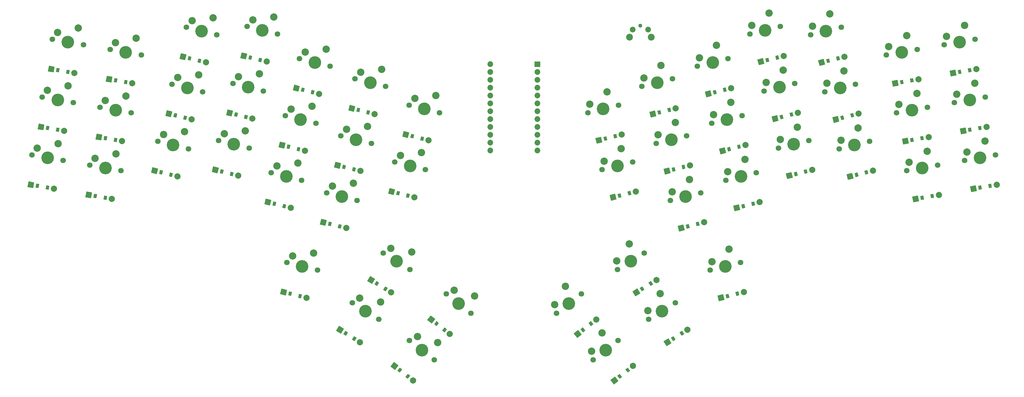
<source format=gbr>
%TF.GenerationSoftware,KiCad,Pcbnew,5.1.12-1.fc35*%
%TF.CreationDate,2022-02-21T17:57:33-08:00*%
%TF.ProjectId,jackalope_unibody,6a61636b-616c-46f7-9065-5f756e69626f,v1.0.0*%
%TF.SameCoordinates,Original*%
%TF.FileFunction,Soldermask,Top*%
%TF.FilePolarity,Negative*%
%FSLAX46Y46*%
G04 Gerber Fmt 4.6, Leading zero omitted, Abs format (unit mm)*
G04 Created by KiCad (PCBNEW 5.1.12-1.fc35) date 2022-02-21 17:57:33*
%MOMM*%
%LPD*%
G01*
G04 APERTURE LIST*
%ADD10C,1.300000*%
%ADD11C,2.200000*%
%ADD12C,1.850000*%
%ADD13C,4.087800*%
%ADD14C,1.801800*%
%ADD15C,2.386000*%
%ADD16C,2.005000*%
%ADD17C,1.852600*%
G04 APERTURE END LIST*
D10*
%TO.C,RESET*%
X191750000Y42710000D03*
D11*
X188250000Y39010000D03*
D12*
X189250000Y41500000D03*
X194250000Y41500000D03*
D11*
X195260000Y39010000D03*
%TD*%
D13*
%TO.C,S1*%
X0Y0D03*
D14*
X5002823Y-882133D03*
X-5002823Y882133D03*
D15*
X3383544Y4561757D03*
X-3311051Y3163011D03*
%TD*%
%TO.C,D1*%
G36*
G01*
X-3871183Y-9573216D02*
X-3662806Y-8391447D01*
G75*
G02*
X-3604884Y-8350889I49240J-8682D01*
G01*
X-2718557Y-8507172D01*
G75*
G02*
X-2677999Y-8565094I-8682J-49240D01*
G01*
X-2886376Y-9746863D01*
G75*
G02*
X-2944298Y-9787421I-49240J8682D01*
G01*
X-3830625Y-9631138D01*
G75*
G02*
X-3871183Y-9573216I8682J49240D01*
G01*
G37*
G36*
G01*
X-621317Y-10146254D02*
X-412940Y-8964485D01*
G75*
G02*
X-355018Y-8923927I49240J-8682D01*
G01*
X531309Y-9080210D01*
G75*
G02*
X571867Y-9138132I-8682J-49240D01*
G01*
X363490Y-10319901D01*
G75*
G02*
X305568Y-10360459I-49240J8682D01*
G01*
X-580759Y-10204176D01*
G75*
G02*
X-621317Y-10146254I8682J49240D01*
G01*
G37*
D16*
X2102460Y-10017274D03*
G36*
G01*
X-6480883Y-9406513D02*
X-6172137Y-7655525D01*
G75*
G02*
X-6114215Y-7614967I49240J-8682D01*
G01*
X-4363227Y-7923713D01*
G75*
G02*
X-4322669Y-7981635I-8682J-49240D01*
G01*
X-4631415Y-9732623D01*
G75*
G02*
X-4689337Y-9773181I-49240J8682D01*
G01*
X-6440325Y-9464435D01*
G75*
G02*
X-6480883Y-9406513I8682J49240D01*
G01*
G37*
%TD*%
D13*
%TO.C,S2*%
X3299315Y18711347D03*
D14*
X8302138Y17829214D03*
X-1703508Y19593480D03*
D15*
X6682859Y23273104D03*
X-11736Y21874358D03*
%TD*%
%TO.C,D2*%
G36*
G01*
X-571867Y9138132D02*
X-363490Y10319901D01*
G75*
G02*
X-305568Y10360459I49240J-8682D01*
G01*
X580759Y10204176D01*
G75*
G02*
X621317Y10146254I-8682J-49240D01*
G01*
X412940Y8964485D01*
G75*
G02*
X355018Y8923927I-49240J8682D01*
G01*
X-531309Y9080210D01*
G75*
G02*
X-571867Y9138132I8682J49240D01*
G01*
G37*
G36*
G01*
X2677999Y8565094D02*
X2886376Y9746863D01*
G75*
G02*
X2944298Y9787421I49240J-8682D01*
G01*
X3830625Y9631138D01*
G75*
G02*
X3871183Y9573216I-8682J-49240D01*
G01*
X3662806Y8391447D01*
G75*
G02*
X3604884Y8350889I-49240J8682D01*
G01*
X2718557Y8507172D01*
G75*
G02*
X2677999Y8565094I8682J49240D01*
G01*
G37*
D16*
X5401776Y8694074D03*
G36*
G01*
X-3181567Y9304835D02*
X-2872821Y11055823D01*
G75*
G02*
X-2814899Y11096381I49240J-8682D01*
G01*
X-1063911Y10787635D01*
G75*
G02*
X-1023353Y10729713I-8682J-49240D01*
G01*
X-1332099Y8978725D01*
G75*
G02*
X-1390021Y8938167I-49240J8682D01*
G01*
X-3141009Y9246913D01*
G75*
G02*
X-3181567Y9304835I8682J49240D01*
G01*
G37*
%TD*%
D13*
%TO.C,S3*%
X6598631Y37422695D03*
D14*
X11601454Y36540562D03*
X1595808Y38304828D03*
D15*
X9982175Y41984452D03*
X3287580Y40585706D03*
%TD*%
%TO.C,D3*%
G36*
G01*
X2727448Y27849479D02*
X2935825Y29031248D01*
G75*
G02*
X2993747Y29071806I49240J-8682D01*
G01*
X3880074Y28915523D01*
G75*
G02*
X3920632Y28857601I-8682J-49240D01*
G01*
X3712255Y27675832D01*
G75*
G02*
X3654333Y27635274I-49240J8682D01*
G01*
X2768006Y27791557D01*
G75*
G02*
X2727448Y27849479I8682J49240D01*
G01*
G37*
G36*
G01*
X5977314Y27276441D02*
X6185691Y28458210D01*
G75*
G02*
X6243613Y28498768I49240J-8682D01*
G01*
X7129940Y28342485D01*
G75*
G02*
X7170498Y28284563I-8682J-49240D01*
G01*
X6962121Y27102794D01*
G75*
G02*
X6904199Y27062236I-49240J8682D01*
G01*
X6017872Y27218519D01*
G75*
G02*
X5977314Y27276441I8682J49240D01*
G01*
G37*
D16*
X8701091Y27405421D03*
G36*
G01*
X117748Y28016182D02*
X426494Y29767170D01*
G75*
G02*
X484416Y29807728I49240J-8682D01*
G01*
X2235404Y29498982D01*
G75*
G02*
X2275962Y29441060I-8682J-49240D01*
G01*
X1967216Y27690072D01*
G75*
G02*
X1909294Y27649514I-49240J8682D01*
G01*
X158306Y27958260D01*
G75*
G02*
X117748Y28016182I8682J49240D01*
G01*
G37*
%TD*%
D13*
%TO.C,S4*%
X18711347Y-3299315D03*
D14*
X23714170Y-4181448D03*
X13708524Y-2417182D03*
D15*
X22094891Y1262442D03*
X15400296Y-136304D03*
%TD*%
%TO.C,D4*%
G36*
G01*
X14840165Y-12872531D02*
X15048542Y-11690762D01*
G75*
G02*
X15106464Y-11650204I49240J-8682D01*
G01*
X15992791Y-11806487D01*
G75*
G02*
X16033349Y-11864409I-8682J-49240D01*
G01*
X15824972Y-13046178D01*
G75*
G02*
X15767050Y-13086736I-49240J8682D01*
G01*
X14880723Y-12930453D01*
G75*
G02*
X14840165Y-12872531I8682J49240D01*
G01*
G37*
G36*
G01*
X18090031Y-13445569D02*
X18298408Y-12263800D01*
G75*
G02*
X18356330Y-12223242I49240J-8682D01*
G01*
X19242657Y-12379525D01*
G75*
G02*
X19283215Y-12437447I-8682J-49240D01*
G01*
X19074838Y-13619216D01*
G75*
G02*
X19016916Y-13659774I-49240J8682D01*
G01*
X18130589Y-13503491D01*
G75*
G02*
X18090031Y-13445569I8682J49240D01*
G01*
G37*
D16*
X20813808Y-13316589D03*
G36*
G01*
X12230465Y-12705828D02*
X12539211Y-10954840D01*
G75*
G02*
X12597133Y-10914282I49240J-8682D01*
G01*
X14348121Y-11223028D01*
G75*
G02*
X14388679Y-11280950I-8682J-49240D01*
G01*
X14079933Y-13031938D01*
G75*
G02*
X14022011Y-13072496I-49240J8682D01*
G01*
X12271023Y-12763750D01*
G75*
G02*
X12230465Y-12705828I8682J49240D01*
G01*
G37*
%TD*%
D13*
%TO.C,S5*%
X22010663Y15412032D03*
D14*
X27013486Y14529899D03*
X17007840Y16294165D03*
D15*
X25394207Y19973789D03*
X18699612Y18575043D03*
%TD*%
%TO.C,D5*%
G36*
G01*
X18139480Y5838816D02*
X18347857Y7020585D01*
G75*
G02*
X18405779Y7061143I49240J-8682D01*
G01*
X19292106Y6904860D01*
G75*
G02*
X19332664Y6846938I-8682J-49240D01*
G01*
X19124287Y5665169D01*
G75*
G02*
X19066365Y5624611I-49240J8682D01*
G01*
X18180038Y5780894D01*
G75*
G02*
X18139480Y5838816I8682J49240D01*
G01*
G37*
G36*
G01*
X21389346Y5265778D02*
X21597723Y6447547D01*
G75*
G02*
X21655645Y6488105I49240J-8682D01*
G01*
X22541972Y6331822D01*
G75*
G02*
X22582530Y6273900I-8682J-49240D01*
G01*
X22374153Y5092131D01*
G75*
G02*
X22316231Y5051573I-49240J8682D01*
G01*
X21429904Y5207856D01*
G75*
G02*
X21389346Y5265778I8682J49240D01*
G01*
G37*
D16*
X24113123Y5394758D03*
G36*
G01*
X15529780Y6005519D02*
X15838526Y7756507D01*
G75*
G02*
X15896448Y7797065I49240J-8682D01*
G01*
X17647436Y7488319D01*
G75*
G02*
X17687994Y7430397I-8682J-49240D01*
G01*
X17379248Y5679409D01*
G75*
G02*
X17321326Y5638851I-49240J8682D01*
G01*
X15570338Y5947597D01*
G75*
G02*
X15529780Y6005519I8682J49240D01*
G01*
G37*
%TD*%
D13*
%TO.C,S6*%
X25309978Y34123379D03*
D14*
X30312801Y33241246D03*
X20307155Y35005512D03*
D15*
X28693522Y38685136D03*
X21998927Y37286390D03*
%TD*%
%TO.C,D6*%
G36*
G01*
X21438795Y24550164D02*
X21647172Y25731933D01*
G75*
G02*
X21705094Y25772491I49240J-8682D01*
G01*
X22591421Y25616208D01*
G75*
G02*
X22631979Y25558286I-8682J-49240D01*
G01*
X22423602Y24376517D01*
G75*
G02*
X22365680Y24335959I-49240J8682D01*
G01*
X21479353Y24492242D01*
G75*
G02*
X21438795Y24550164I8682J49240D01*
G01*
G37*
G36*
G01*
X24688661Y23977126D02*
X24897038Y25158895D01*
G75*
G02*
X24954960Y25199453I49240J-8682D01*
G01*
X25841287Y25043170D01*
G75*
G02*
X25881845Y24985248I-8682J-49240D01*
G01*
X25673468Y23803479D01*
G75*
G02*
X25615546Y23762921I-49240J8682D01*
G01*
X24729219Y23919204D01*
G75*
G02*
X24688661Y23977126I8682J49240D01*
G01*
G37*
D16*
X27412438Y24106106D03*
G36*
G01*
X18829095Y24716867D02*
X19137841Y26467855D01*
G75*
G02*
X19195763Y26508413I49240J-8682D01*
G01*
X20946751Y26199667D01*
G75*
G02*
X20987309Y26141745I-8682J-49240D01*
G01*
X20678563Y24390757D01*
G75*
G02*
X20620641Y24350199I-49240J8682D01*
G01*
X18869653Y24658945D01*
G75*
G02*
X18829095Y24716867I8682J49240D01*
G01*
G37*
%TD*%
D13*
%TO.C,S7*%
X40629529Y4124049D03*
D14*
X45558631Y2895086D03*
X35700427Y5353012D03*
D15*
X44323043Y8438670D03*
X37547184Y7510323D03*
%TD*%
%TO.C,D7*%
G36*
G01*
X36099982Y-5155806D02*
X36390288Y-3991451D01*
G75*
G02*
X36450899Y-3955032I48515J-12096D01*
G01*
X37324165Y-4172761D01*
G75*
G02*
X37360584Y-4233372I-12096J-48515D01*
G01*
X37070278Y-5397727D01*
G75*
G02*
X37009667Y-5434146I-48515J12096D01*
G01*
X36136401Y-5216417D01*
G75*
G02*
X36099982Y-5155806I12096J48515D01*
G01*
G37*
G36*
G01*
X39301958Y-5954148D02*
X39592264Y-4789793D01*
G75*
G02*
X39652875Y-4753374I48515J-12096D01*
G01*
X40526141Y-4971103D01*
G75*
G02*
X40562560Y-5031714I-12096J-48515D01*
G01*
X40272254Y-6196069D01*
G75*
G02*
X40211643Y-6232488I-48515J12096D01*
G01*
X39338377Y-6014759D01*
G75*
G02*
X39301958Y-5954148I12096J48515D01*
G01*
G37*
D16*
X42028098Y-6015482D03*
G36*
G01*
X33508268Y-4807466D02*
X33938405Y-3082281D01*
G75*
G02*
X33999016Y-3045862I48515J-12096D01*
G01*
X35724201Y-3475999D01*
G75*
G02*
X35760620Y-3536610I-12096J-48515D01*
G01*
X35330483Y-5261795D01*
G75*
G02*
X35269872Y-5298214I-48515J12096D01*
G01*
X33544687Y-4868077D01*
G75*
G02*
X33508268Y-4807466I12096J48515D01*
G01*
G37*
%TD*%
D13*
%TO.C,S8*%
X45226045Y22559668D03*
D14*
X50155147Y21330705D03*
X40296943Y23788631D03*
D15*
X48919559Y26874289D03*
X42143700Y25945942D03*
%TD*%
%TO.C,D8*%
G36*
G01*
X40696498Y13279813D02*
X40986804Y14444168D01*
G75*
G02*
X41047415Y14480587I48515J-12096D01*
G01*
X41920681Y14262858D01*
G75*
G02*
X41957100Y14202247I-12096J-48515D01*
G01*
X41666794Y13037892D01*
G75*
G02*
X41606183Y13001473I-48515J12096D01*
G01*
X40732917Y13219202D01*
G75*
G02*
X40696498Y13279813I12096J48515D01*
G01*
G37*
G36*
G01*
X43898474Y12481471D02*
X44188780Y13645826D01*
G75*
G02*
X44249391Y13682245I48515J-12096D01*
G01*
X45122657Y13464516D01*
G75*
G02*
X45159076Y13403905I-12096J-48515D01*
G01*
X44868770Y12239550D01*
G75*
G02*
X44808159Y12203131I-48515J12096D01*
G01*
X43934893Y12420860D01*
G75*
G02*
X43898474Y12481471I12096J48515D01*
G01*
G37*
D16*
X46624614Y12420137D03*
G36*
G01*
X38104784Y13628153D02*
X38534921Y15353338D01*
G75*
G02*
X38595532Y15389757I48515J-12096D01*
G01*
X40320717Y14959620D01*
G75*
G02*
X40357136Y14899009I-12096J-48515D01*
G01*
X39926999Y13173824D01*
G75*
G02*
X39866388Y13137405I-48515J12096D01*
G01*
X38141203Y13567542D01*
G75*
G02*
X38104784Y13628153I12096J48515D01*
G01*
G37*
%TD*%
D13*
%TO.C,S9*%
X49822561Y40995287D03*
D14*
X54751663Y39766324D03*
X44893459Y42224250D03*
D15*
X53516075Y45309908D03*
X46740216Y44381561D03*
%TD*%
%TO.C,D9*%
G36*
G01*
X45293014Y31715431D02*
X45583320Y32879786D01*
G75*
G02*
X45643931Y32916205I48515J-12096D01*
G01*
X46517197Y32698476D01*
G75*
G02*
X46553616Y32637865I-12096J-48515D01*
G01*
X46263310Y31473510D01*
G75*
G02*
X46202699Y31437091I-48515J12096D01*
G01*
X45329433Y31654820D01*
G75*
G02*
X45293014Y31715431I12096J48515D01*
G01*
G37*
G36*
G01*
X48494990Y30917089D02*
X48785296Y32081444D01*
G75*
G02*
X48845907Y32117863I48515J-12096D01*
G01*
X49719173Y31900134D01*
G75*
G02*
X49755592Y31839523I-12096J-48515D01*
G01*
X49465286Y30675168D01*
G75*
G02*
X49404675Y30638749I-48515J12096D01*
G01*
X48531409Y30856478D01*
G75*
G02*
X48494990Y30917089I12096J48515D01*
G01*
G37*
D16*
X51221130Y30855755D03*
G36*
G01*
X42701300Y32063771D02*
X43131437Y33788956D01*
G75*
G02*
X43192048Y33825375I48515J-12096D01*
G01*
X44917233Y33395238D01*
G75*
G02*
X44953652Y33334627I-12096J-48515D01*
G01*
X44523515Y31609442D01*
G75*
G02*
X44462904Y31573023I-48515J12096D01*
G01*
X42737719Y32003160D01*
G75*
G02*
X42701300Y32063771I12096J48515D01*
G01*
G37*
%TD*%
D13*
%TO.C,S10*%
X60274757Y4379012D03*
D14*
X65203859Y3150049D03*
X55345655Y5607975D03*
D15*
X63968271Y8693633D03*
X57192412Y7765286D03*
%TD*%
%TO.C,D10*%
G36*
G01*
X55745210Y-4900844D02*
X56035516Y-3736489D01*
G75*
G02*
X56096127Y-3700070I48515J-12096D01*
G01*
X56969393Y-3917799D01*
G75*
G02*
X57005812Y-3978410I-12096J-48515D01*
G01*
X56715506Y-5142765D01*
G75*
G02*
X56654895Y-5179184I-48515J12096D01*
G01*
X55781629Y-4961455D01*
G75*
G02*
X55745210Y-4900844I12096J48515D01*
G01*
G37*
G36*
G01*
X58947186Y-5699186D02*
X59237492Y-4534831D01*
G75*
G02*
X59298103Y-4498412I48515J-12096D01*
G01*
X60171369Y-4716141D01*
G75*
G02*
X60207788Y-4776752I-12096J-48515D01*
G01*
X59917482Y-5941107D01*
G75*
G02*
X59856871Y-5977526I-48515J12096D01*
G01*
X58983605Y-5759797D01*
G75*
G02*
X58947186Y-5699186I12096J48515D01*
G01*
G37*
D16*
X61673326Y-5760520D03*
G36*
G01*
X53153496Y-4552504D02*
X53583633Y-2827319D01*
G75*
G02*
X53644244Y-2790900I48515J-12096D01*
G01*
X55369429Y-3221037D01*
G75*
G02*
X55405848Y-3281648I-12096J-48515D01*
G01*
X54975711Y-5006833D01*
G75*
G02*
X54915100Y-5043252I-48515J12096D01*
G01*
X53189915Y-4613115D01*
G75*
G02*
X53153496Y-4552504I12096J48515D01*
G01*
G37*
%TD*%
D13*
%TO.C,S11*%
X64871273Y22814631D03*
D14*
X69800375Y21585668D03*
X59942171Y24043594D03*
D15*
X68564787Y27129252D03*
X61788928Y26200905D03*
%TD*%
%TO.C,D11*%
G36*
G01*
X60341726Y13534775D02*
X60632032Y14699130D01*
G75*
G02*
X60692643Y14735549I48515J-12096D01*
G01*
X61565909Y14517820D01*
G75*
G02*
X61602328Y14457209I-12096J-48515D01*
G01*
X61312022Y13292854D01*
G75*
G02*
X61251411Y13256435I-48515J12096D01*
G01*
X60378145Y13474164D01*
G75*
G02*
X60341726Y13534775I12096J48515D01*
G01*
G37*
G36*
G01*
X63543702Y12736433D02*
X63834008Y13900788D01*
G75*
G02*
X63894619Y13937207I48515J-12096D01*
G01*
X64767885Y13719478D01*
G75*
G02*
X64804304Y13658867I-12096J-48515D01*
G01*
X64513998Y12494512D01*
G75*
G02*
X64453387Y12458093I-48515J12096D01*
G01*
X63580121Y12675822D01*
G75*
G02*
X63543702Y12736433I12096J48515D01*
G01*
G37*
D16*
X66269842Y12675099D03*
G36*
G01*
X57750012Y13883115D02*
X58180149Y15608300D01*
G75*
G02*
X58240760Y15644719I48515J-12096D01*
G01*
X59965945Y15214582D01*
G75*
G02*
X60002364Y15153971I-12096J-48515D01*
G01*
X59572227Y13428786D01*
G75*
G02*
X59511616Y13392367I-48515J12096D01*
G01*
X57786431Y13822504D01*
G75*
G02*
X57750012Y13883115I12096J48515D01*
G01*
G37*
%TD*%
D13*
%TO.C,S12*%
X69467789Y41250249D03*
D14*
X74396891Y40021286D03*
X64538687Y42479212D03*
D15*
X73161303Y45564870D03*
X66385444Y44636523D03*
%TD*%
%TO.C,D12*%
G36*
G01*
X64938242Y31970394D02*
X65228548Y33134749D01*
G75*
G02*
X65289159Y33171168I48515J-12096D01*
G01*
X66162425Y32953439D01*
G75*
G02*
X66198844Y32892828I-12096J-48515D01*
G01*
X65908538Y31728473D01*
G75*
G02*
X65847927Y31692054I-48515J12096D01*
G01*
X64974661Y31909783D01*
G75*
G02*
X64938242Y31970394I12096J48515D01*
G01*
G37*
G36*
G01*
X68140218Y31172052D02*
X68430524Y32336407D01*
G75*
G02*
X68491135Y32372826I48515J-12096D01*
G01*
X69364401Y32155097D01*
G75*
G02*
X69400820Y32094486I-12096J-48515D01*
G01*
X69110514Y30930131D01*
G75*
G02*
X69049903Y30893712I-48515J12096D01*
G01*
X68176637Y31111441D01*
G75*
G02*
X68140218Y31172052I12096J48515D01*
G01*
G37*
D16*
X70866358Y31110718D03*
G36*
G01*
X62346528Y32318734D02*
X62776665Y34043919D01*
G75*
G02*
X62837276Y34080338I48515J-12096D01*
G01*
X64562461Y33650201D01*
G75*
G02*
X64598880Y33589590I-12096J-48515D01*
G01*
X64168743Y31864405D01*
G75*
G02*
X64108132Y31827986I-48515J12096D01*
G01*
X62382947Y32258123D01*
G75*
G02*
X62346528Y32318734I12096J48515D01*
G01*
G37*
%TD*%
D13*
%TO.C,S13*%
X77258845Y-6039279D03*
D14*
X82187947Y-7268242D03*
X72329743Y-4810316D03*
D15*
X80952359Y-1724658D03*
X74176500Y-2653005D03*
%TD*%
%TO.C,D13*%
G36*
G01*
X72729298Y-15319134D02*
X73019604Y-14154779D01*
G75*
G02*
X73080215Y-14118360I48515J-12096D01*
G01*
X73953481Y-14336089D01*
G75*
G02*
X73989900Y-14396700I-12096J-48515D01*
G01*
X73699594Y-15561055D01*
G75*
G02*
X73638983Y-15597474I-48515J12096D01*
G01*
X72765717Y-15379745D01*
G75*
G02*
X72729298Y-15319134I12096J48515D01*
G01*
G37*
G36*
G01*
X75931274Y-16117476D02*
X76221580Y-14953121D01*
G75*
G02*
X76282191Y-14916702I48515J-12096D01*
G01*
X77155457Y-15134431D01*
G75*
G02*
X77191876Y-15195042I-12096J-48515D01*
G01*
X76901570Y-16359397D01*
G75*
G02*
X76840959Y-16395816I-48515J12096D01*
G01*
X75967693Y-16178087D01*
G75*
G02*
X75931274Y-16117476I12096J48515D01*
G01*
G37*
D16*
X78657414Y-16178810D03*
G36*
G01*
X70137584Y-14970794D02*
X70567721Y-13245609D01*
G75*
G02*
X70628332Y-13209190I48515J-12096D01*
G01*
X72353517Y-13639327D01*
G75*
G02*
X72389936Y-13699938I-12096J-48515D01*
G01*
X71959799Y-15425123D01*
G75*
G02*
X71899188Y-15461542I-48515J12096D01*
G01*
X70174003Y-15031405D01*
G75*
G02*
X70137584Y-14970794I12096J48515D01*
G01*
G37*
%TD*%
D13*
%TO.C,S14*%
X81855361Y12396340D03*
D14*
X86784463Y11167377D03*
X76926259Y13625303D03*
D15*
X85548875Y16710961D03*
X78773016Y15782614D03*
%TD*%
%TO.C,D14*%
G36*
G01*
X77325814Y3116485D02*
X77616120Y4280840D01*
G75*
G02*
X77676731Y4317259I48515J-12096D01*
G01*
X78549997Y4099530D01*
G75*
G02*
X78586416Y4038919I-12096J-48515D01*
G01*
X78296110Y2874564D01*
G75*
G02*
X78235499Y2838145I-48515J12096D01*
G01*
X77362233Y3055874D01*
G75*
G02*
X77325814Y3116485I12096J48515D01*
G01*
G37*
G36*
G01*
X80527790Y2318143D02*
X80818096Y3482498D01*
G75*
G02*
X80878707Y3518917I48515J-12096D01*
G01*
X81751973Y3301188D01*
G75*
G02*
X81788392Y3240577I-12096J-48515D01*
G01*
X81498086Y2076222D01*
G75*
G02*
X81437475Y2039803I-48515J12096D01*
G01*
X80564209Y2257532D01*
G75*
G02*
X80527790Y2318143I12096J48515D01*
G01*
G37*
D16*
X83253930Y2256809D03*
G36*
G01*
X74734100Y3464825D02*
X75164237Y5190010D01*
G75*
G02*
X75224848Y5226429I48515J-12096D01*
G01*
X76950033Y4796292D01*
G75*
G02*
X76986452Y4735681I-12096J-48515D01*
G01*
X76556315Y3010496D01*
G75*
G02*
X76495704Y2974077I-48515J12096D01*
G01*
X74770519Y3404214D01*
G75*
G02*
X74734100Y3464825I12096J48515D01*
G01*
G37*
%TD*%
D13*
%TO.C,S15*%
X86451877Y30831959D03*
D14*
X91380979Y29602996D03*
X81522775Y32060922D03*
D15*
X90145391Y35146580D03*
X83369532Y34218233D03*
%TD*%
%TO.C,D15*%
G36*
G01*
X81922330Y21552104D02*
X82212636Y22716459D01*
G75*
G02*
X82273247Y22752878I48515J-12096D01*
G01*
X83146513Y22535149D01*
G75*
G02*
X83182932Y22474538I-12096J-48515D01*
G01*
X82892626Y21310183D01*
G75*
G02*
X82832015Y21273764I-48515J12096D01*
G01*
X81958749Y21491493D01*
G75*
G02*
X81922330Y21552104I12096J48515D01*
G01*
G37*
G36*
G01*
X85124306Y20753762D02*
X85414612Y21918117D01*
G75*
G02*
X85475223Y21954536I48515J-12096D01*
G01*
X86348489Y21736807D01*
G75*
G02*
X86384908Y21676196I-12096J-48515D01*
G01*
X86094602Y20511841D01*
G75*
G02*
X86033991Y20475422I-48515J12096D01*
G01*
X85160725Y20693151D01*
G75*
G02*
X85124306Y20753762I12096J48515D01*
G01*
G37*
D16*
X87850446Y20692428D03*
G36*
G01*
X79330616Y21900444D02*
X79760753Y23625629D01*
G75*
G02*
X79821364Y23662048I48515J-12096D01*
G01*
X81546549Y23231911D01*
G75*
G02*
X81582968Y23171300I-12096J-48515D01*
G01*
X81152831Y21446115D01*
G75*
G02*
X81092220Y21409696I-48515J12096D01*
G01*
X79367035Y21839833D01*
G75*
G02*
X79330616Y21900444I12096J48515D01*
G01*
G37*
%TD*%
D13*
%TO.C,S16*%
X95210620Y-12576386D03*
D14*
X100139722Y-13805349D03*
X90281518Y-11347423D03*
D15*
X98904134Y-8261765D03*
X92128275Y-9190112D03*
%TD*%
%TO.C,D16*%
G36*
G01*
X90681073Y-21856242D02*
X90971379Y-20691887D01*
G75*
G02*
X91031990Y-20655468I48515J-12096D01*
G01*
X91905256Y-20873197D01*
G75*
G02*
X91941675Y-20933808I-12096J-48515D01*
G01*
X91651369Y-22098163D01*
G75*
G02*
X91590758Y-22134582I-48515J12096D01*
G01*
X90717492Y-21916853D01*
G75*
G02*
X90681073Y-21856242I12096J48515D01*
G01*
G37*
G36*
G01*
X93883049Y-22654584D02*
X94173355Y-21490229D01*
G75*
G02*
X94233966Y-21453810I48515J-12096D01*
G01*
X95107232Y-21671539D01*
G75*
G02*
X95143651Y-21732150I-12096J-48515D01*
G01*
X94853345Y-22896505D01*
G75*
G02*
X94792734Y-22932924I-48515J12096D01*
G01*
X93919468Y-22715195D01*
G75*
G02*
X93883049Y-22654584I12096J48515D01*
G01*
G37*
D16*
X96609189Y-22715918D03*
G36*
G01*
X88089359Y-21507902D02*
X88519496Y-19782717D01*
G75*
G02*
X88580107Y-19746298I48515J-12096D01*
G01*
X90305292Y-20176435D01*
G75*
G02*
X90341711Y-20237046I-12096J-48515D01*
G01*
X89911574Y-21962231D01*
G75*
G02*
X89850963Y-21998650I-48515J12096D01*
G01*
X88125778Y-21568513D01*
G75*
G02*
X88089359Y-21507902I12096J48515D01*
G01*
G37*
%TD*%
D13*
%TO.C,S17*%
X99807136Y5859233D03*
D14*
X104736238Y4630270D03*
X94878034Y7088196D03*
D15*
X103500650Y10173854D03*
X96724791Y9245507D03*
%TD*%
%TO.C,D17*%
G36*
G01*
X95277589Y-3420623D02*
X95567895Y-2256268D01*
G75*
G02*
X95628506Y-2219849I48515J-12096D01*
G01*
X96501772Y-2437578D01*
G75*
G02*
X96538191Y-2498189I-12096J-48515D01*
G01*
X96247885Y-3662544D01*
G75*
G02*
X96187274Y-3698963I-48515J12096D01*
G01*
X95314008Y-3481234D01*
G75*
G02*
X95277589Y-3420623I12096J48515D01*
G01*
G37*
G36*
G01*
X98479565Y-4218965D02*
X98769871Y-3054610D01*
G75*
G02*
X98830482Y-3018191I48515J-12096D01*
G01*
X99703748Y-3235920D01*
G75*
G02*
X99740167Y-3296531I-12096J-48515D01*
G01*
X99449861Y-4460886D01*
G75*
G02*
X99389250Y-4497305I-48515J12096D01*
G01*
X98515984Y-4279576D01*
G75*
G02*
X98479565Y-4218965I12096J48515D01*
G01*
G37*
D16*
X101205705Y-4280299D03*
G36*
G01*
X92685875Y-3072283D02*
X93116012Y-1347098D01*
G75*
G02*
X93176623Y-1310679I48515J-12096D01*
G01*
X94901808Y-1740816D01*
G75*
G02*
X94938227Y-1801427I-12096J-48515D01*
G01*
X94508090Y-3526612D01*
G75*
G02*
X94447479Y-3563031I-48515J12096D01*
G01*
X92722294Y-3132894D01*
G75*
G02*
X92685875Y-3072283I12096J48515D01*
G01*
G37*
%TD*%
D13*
%TO.C,S18*%
X104403652Y24294852D03*
D14*
X109332754Y23065889D03*
X99474550Y25523815D03*
D15*
X108097166Y28609473D03*
X101321307Y27681126D03*
%TD*%
%TO.C,D18*%
G36*
G01*
X99874105Y15014996D02*
X100164411Y16179351D01*
G75*
G02*
X100225022Y16215770I48515J-12096D01*
G01*
X101098288Y15998041D01*
G75*
G02*
X101134707Y15937430I-12096J-48515D01*
G01*
X100844401Y14773075D01*
G75*
G02*
X100783790Y14736656I-48515J12096D01*
G01*
X99910524Y14954385D01*
G75*
G02*
X99874105Y15014996I12096J48515D01*
G01*
G37*
G36*
G01*
X103076081Y14216654D02*
X103366387Y15381009D01*
G75*
G02*
X103426998Y15417428I48515J-12096D01*
G01*
X104300264Y15199699D01*
G75*
G02*
X104336683Y15139088I-12096J-48515D01*
G01*
X104046377Y13974733D01*
G75*
G02*
X103985766Y13938314I-48515J12096D01*
G01*
X103112500Y14156043D01*
G75*
G02*
X103076081Y14216654I12096J48515D01*
G01*
G37*
D16*
X105802221Y14155320D03*
G36*
G01*
X97282391Y15363336D02*
X97712528Y17088521D01*
G75*
G02*
X97773139Y17124940I48515J-12096D01*
G01*
X99498324Y16694803D01*
G75*
G02*
X99534743Y16634192I-12096J-48515D01*
G01*
X99104606Y14909007D01*
G75*
G02*
X99043995Y14872588I-48515J12096D01*
G01*
X97318810Y15302725D01*
G75*
G02*
X97282391Y15363336I12096J48515D01*
G01*
G37*
%TD*%
D13*
%TO.C,S19*%
X117275067Y-2618466D03*
D14*
X122204169Y-3847429D03*
X112345965Y-1389503D03*
D15*
X120968581Y1696155D03*
X114192722Y767808D03*
%TD*%
%TO.C,D19*%
G36*
G01*
X112745520Y-11898322D02*
X113035826Y-10733967D01*
G75*
G02*
X113096437Y-10697548I48515J-12096D01*
G01*
X113969703Y-10915277D01*
G75*
G02*
X114006122Y-10975888I-12096J-48515D01*
G01*
X113715816Y-12140243D01*
G75*
G02*
X113655205Y-12176662I-48515J12096D01*
G01*
X112781939Y-11958933D01*
G75*
G02*
X112745520Y-11898322I12096J48515D01*
G01*
G37*
G36*
G01*
X115947496Y-12696664D02*
X116237802Y-11532309D01*
G75*
G02*
X116298413Y-11495890I48515J-12096D01*
G01*
X117171679Y-11713619D01*
G75*
G02*
X117208098Y-11774230I-12096J-48515D01*
G01*
X116917792Y-12938585D01*
G75*
G02*
X116857181Y-12975004I-48515J12096D01*
G01*
X115983915Y-12757275D01*
G75*
G02*
X115947496Y-12696664I12096J48515D01*
G01*
G37*
D16*
X118673636Y-12757998D03*
G36*
G01*
X110153806Y-11549982D02*
X110583943Y-9824797D01*
G75*
G02*
X110644554Y-9788378I48515J-12096D01*
G01*
X112369739Y-10218515D01*
G75*
G02*
X112406158Y-10279126I-12096J-48515D01*
G01*
X111976021Y-12004311D01*
G75*
G02*
X111915410Y-12040730I-48515J12096D01*
G01*
X110190225Y-11610593D01*
G75*
G02*
X110153806Y-11549982I12096J48515D01*
G01*
G37*
%TD*%
D13*
%TO.C,S20*%
X121871583Y15817153D03*
D14*
X126800685Y14588190D03*
X116942481Y17046116D03*
D15*
X125565097Y20131774D03*
X118789238Y19203427D03*
%TD*%
%TO.C,D20*%
G36*
G01*
X117342036Y6537297D02*
X117632342Y7701652D01*
G75*
G02*
X117692953Y7738071I48515J-12096D01*
G01*
X118566219Y7520342D01*
G75*
G02*
X118602638Y7459731I-12096J-48515D01*
G01*
X118312332Y6295376D01*
G75*
G02*
X118251721Y6258957I-48515J12096D01*
G01*
X117378455Y6476686D01*
G75*
G02*
X117342036Y6537297I12096J48515D01*
G01*
G37*
G36*
G01*
X120544012Y5738955D02*
X120834318Y6903310D01*
G75*
G02*
X120894929Y6939729I48515J-12096D01*
G01*
X121768195Y6722000D01*
G75*
G02*
X121804614Y6661389I-12096J-48515D01*
G01*
X121514308Y5497034D01*
G75*
G02*
X121453697Y5460615I-48515J12096D01*
G01*
X120580431Y5678344D01*
G75*
G02*
X120544012Y5738955I12096J48515D01*
G01*
G37*
D16*
X123270152Y5677621D03*
G36*
G01*
X114750322Y6885637D02*
X115180459Y8610822D01*
G75*
G02*
X115241070Y8647241I48515J-12096D01*
G01*
X116966255Y8217104D01*
G75*
G02*
X117002674Y8156493I-12096J-48515D01*
G01*
X116572537Y6431308D01*
G75*
G02*
X116511926Y6394889I-48515J12096D01*
G01*
X114786741Y6825026D01*
G75*
G02*
X114750322Y6885637I12096J48515D01*
G01*
G37*
%TD*%
D13*
%TO.C,S21*%
X82370502Y-35140326D03*
D14*
X87299604Y-36369289D03*
X77441400Y-33911363D03*
D15*
X86064016Y-30825705D03*
X79288157Y-31754052D03*
%TD*%
%TO.C,D21*%
G36*
G01*
X77840955Y-44420181D02*
X78131261Y-43255826D01*
G75*
G02*
X78191872Y-43219407I48515J-12096D01*
G01*
X79065138Y-43437136D01*
G75*
G02*
X79101557Y-43497747I-12096J-48515D01*
G01*
X78811251Y-44662102D01*
G75*
G02*
X78750640Y-44698521I-48515J12096D01*
G01*
X77877374Y-44480792D01*
G75*
G02*
X77840955Y-44420181I12096J48515D01*
G01*
G37*
G36*
G01*
X81042931Y-45218523D02*
X81333237Y-44054168D01*
G75*
G02*
X81393848Y-44017749I48515J-12096D01*
G01*
X82267114Y-44235478D01*
G75*
G02*
X82303533Y-44296089I-12096J-48515D01*
G01*
X82013227Y-45460444D01*
G75*
G02*
X81952616Y-45496863I-48515J12096D01*
G01*
X81079350Y-45279134D01*
G75*
G02*
X81042931Y-45218523I12096J48515D01*
G01*
G37*
D16*
X83769071Y-45279857D03*
G36*
G01*
X75249241Y-44071841D02*
X75679378Y-42346656D01*
G75*
G02*
X75739989Y-42310237I48515J-12096D01*
G01*
X77465174Y-42740374D01*
G75*
G02*
X77501593Y-42800985I-12096J-48515D01*
G01*
X77071456Y-44526170D01*
G75*
G02*
X77010845Y-44562589I-48515J12096D01*
G01*
X75285660Y-44132452D01*
G75*
G02*
X75249241Y-44071841I12096J48515D01*
G01*
G37*
%TD*%
D13*
%TO.C,S22*%
X112928949Y-33483880D03*
D14*
X117237033Y-36175870D03*
X108620865Y-30791890D03*
D15*
X117774981Y-30521791D03*
X111043881Y-29310845D03*
%TD*%
%TO.C,D22*%
G36*
G01*
X105753462Y-40909839D02*
X106389365Y-39892181D01*
G75*
G02*
X106458263Y-39876275I42402J-26496D01*
G01*
X107221506Y-40353203D01*
G75*
G02*
X107237412Y-40422101I-26496J-42402D01*
G01*
X106601509Y-41439759D01*
G75*
G02*
X106532611Y-41455665I-42402J26496D01*
G01*
X105769368Y-40978737D01*
G75*
G02*
X105753462Y-40909839I26496J42402D01*
G01*
G37*
G36*
G01*
X108552020Y-42658573D02*
X109187923Y-41640915D01*
G75*
G02*
X109256821Y-41625009I42402J-26496D01*
G01*
X110020064Y-42101937D01*
G75*
G02*
X110035970Y-42170835I-26496J-42402D01*
G01*
X109400067Y-43188493D01*
G75*
G02*
X109331169Y-43204399I-42402J26496D01*
G01*
X108567926Y-42727471D01*
G75*
G02*
X108552020Y-42658573I26496J42402D01*
G01*
G37*
D16*
X111125779Y-43559329D03*
G36*
G01*
X103396238Y-39777666D02*
X104338434Y-38269836D01*
G75*
G02*
X104407332Y-38253930I42402J-26496D01*
G01*
X105915162Y-39196126D01*
G75*
G02*
X105931068Y-39265024I-26496J-42402D01*
G01*
X104988872Y-40772854D01*
G75*
G02*
X104919974Y-40788760I-42402J26496D01*
G01*
X103412144Y-39846564D01*
G75*
G02*
X103396238Y-39777666I26496J42402D01*
G01*
G37*
%TD*%
D13*
%TO.C,S23*%
X132964196Y-47182470D03*
D14*
X136967291Y-50310030D03*
X128961101Y-44054910D03*
D15*
X138093304Y-44743156D03*
X131525655Y-42835252D03*
%TD*%
%TO.C,D23*%
G36*
G01*
X125051791Y-53817707D02*
X125790585Y-52872094D01*
G75*
G02*
X125860769Y-52863476I39401J-30783D01*
G01*
X126569979Y-53417571D01*
G75*
G02*
X126578597Y-53487755I-30783J-39401D01*
G01*
X125839803Y-54433368D01*
G75*
G02*
X125769619Y-54441986I-39401J30783D01*
G01*
X125060409Y-53887891D01*
G75*
G02*
X125051791Y-53817707I30783J39401D01*
G01*
G37*
G36*
G01*
X127652227Y-55849389D02*
X128391021Y-54903776D01*
G75*
G02*
X128461205Y-54895158I39401J-30783D01*
G01*
X129170415Y-55449253D01*
G75*
G02*
X129179033Y-55519437I-30783J-39401D01*
G01*
X128440239Y-56465050D01*
G75*
G02*
X128370055Y-56473668I-39401J30783D01*
G01*
X127660845Y-55919573D01*
G75*
G02*
X127652227Y-55849389I30783J39401D01*
G01*
G37*
D16*
X130117733Y-57014242D03*
G36*
G01*
X122825825Y-52445338D02*
X123920471Y-51044254D01*
G75*
G02*
X123990655Y-51035636I39401J-30783D01*
G01*
X125391739Y-52130282D01*
G75*
G02*
X125400357Y-52200466I-30783J-39401D01*
G01*
X124305711Y-53601550D01*
G75*
G02*
X124235527Y-53610168I-39401J30783D01*
G01*
X122834443Y-52515522D01*
G75*
G02*
X122825825Y-52445338I30783J39401D01*
G01*
G37*
%TD*%
D13*
%TO.C,S24*%
X102860483Y-49596794D03*
D14*
X107168567Y-52288784D03*
X98552399Y-46904804D03*
D15*
X107706515Y-46634705D03*
X100975415Y-45423759D03*
%TD*%
%TO.C,D24*%
G36*
G01*
X95684996Y-57022753D02*
X96320899Y-56005095D01*
G75*
G02*
X96389797Y-55989189I42402J-26496D01*
G01*
X97153040Y-56466117D01*
G75*
G02*
X97168946Y-56535015I-26496J-42402D01*
G01*
X96533043Y-57552673D01*
G75*
G02*
X96464145Y-57568579I-42402J26496D01*
G01*
X95700902Y-57091651D01*
G75*
G02*
X95684996Y-57022753I26496J42402D01*
G01*
G37*
G36*
G01*
X98483554Y-58771487D02*
X99119457Y-57753829D01*
G75*
G02*
X99188355Y-57737923I42402J-26496D01*
G01*
X99951598Y-58214851D01*
G75*
G02*
X99967504Y-58283749I-26496J-42402D01*
G01*
X99331601Y-59301407D01*
G75*
G02*
X99262703Y-59317313I-42402J26496D01*
G01*
X98499460Y-58840385D01*
G75*
G02*
X98483554Y-58771487I26496J42402D01*
G01*
G37*
D16*
X101057313Y-59672243D03*
G36*
G01*
X93327772Y-55890580D02*
X94269968Y-54382750D01*
G75*
G02*
X94338866Y-54366844I42402J-26496D01*
G01*
X95846696Y-55309040D01*
G75*
G02*
X95862602Y-55377938I-26496J-42402D01*
G01*
X94920406Y-56885768D01*
G75*
G02*
X94851508Y-56901674I-42402J26496D01*
G01*
X93343678Y-55959478D01*
G75*
G02*
X93327772Y-55890580I26496J42402D01*
G01*
G37*
%TD*%
D13*
%TO.C,S25*%
X121082830Y-62212465D03*
D14*
X125085925Y-65340025D03*
X117079735Y-59084905D03*
D15*
X126211938Y-59773151D03*
X119644289Y-57865247D03*
%TD*%
%TO.C,D25*%
G36*
G01*
X113170425Y-68847703D02*
X113909219Y-67902090D01*
G75*
G02*
X113979403Y-67893472I39401J-30783D01*
G01*
X114688613Y-68447567D01*
G75*
G02*
X114697231Y-68517751I-30783J-39401D01*
G01*
X113958437Y-69463364D01*
G75*
G02*
X113888253Y-69471982I-39401J30783D01*
G01*
X113179043Y-68917887D01*
G75*
G02*
X113170425Y-68847703I30783J39401D01*
G01*
G37*
G36*
G01*
X115770861Y-70879385D02*
X116509655Y-69933772D01*
G75*
G02*
X116579839Y-69925154I39401J-30783D01*
G01*
X117289049Y-70479249D01*
G75*
G02*
X117297667Y-70549433I-30783J-39401D01*
G01*
X116558873Y-71495046D01*
G75*
G02*
X116488689Y-71503664I-39401J30783D01*
G01*
X115779479Y-70949569D01*
G75*
G02*
X115770861Y-70879385I30783J39401D01*
G01*
G37*
D16*
X118236367Y-72044238D03*
G36*
G01*
X110944459Y-67475334D02*
X112039105Y-66074250D01*
G75*
G02*
X112109289Y-66065632I39401J-30783D01*
G01*
X113510373Y-67160278D01*
G75*
G02*
X113518991Y-67230462I-30783J-39401D01*
G01*
X112424345Y-68631546D01*
G75*
G02*
X112354161Y-68640164I-39401J30783D01*
G01*
X110953077Y-67545518D01*
G75*
G02*
X110944459Y-67475334I30783J39401D01*
G01*
G37*
%TD*%
D13*
%TO.C,S26*%
X301598631Y0D03*
D14*
X306601454Y882133D03*
X296595808Y-882133D03*
D15*
X303217910Y5443890D03*
X297405447Y1839812D03*
%TD*%
%TO.C,D26*%
G36*
G01*
X301235141Y-10319901D02*
X301026764Y-9138132D01*
G75*
G02*
X301067322Y-9080210I49240J8682D01*
G01*
X301953649Y-8923927D01*
G75*
G02*
X302011571Y-8964485I8682J-49240D01*
G01*
X302219948Y-10146254D01*
G75*
G02*
X302179390Y-10204176I-49240J-8682D01*
G01*
X301293063Y-10360459D01*
G75*
G02*
X301235141Y-10319901I-8682J49240D01*
G01*
G37*
G36*
G01*
X304485007Y-9746863D02*
X304276630Y-8565094D01*
G75*
G02*
X304317188Y-8507172I49240J8682D01*
G01*
X305203515Y-8350889D01*
G75*
G02*
X305261437Y-8391447I8682J-49240D01*
G01*
X305469814Y-9573216D01*
G75*
G02*
X305429256Y-9631138I-49240J-8682D01*
G01*
X304542929Y-9787421D01*
G75*
G02*
X304485007Y-9746863I-8682J49240D01*
G01*
G37*
D16*
X307000407Y-8694074D03*
G36*
G01*
X298725810Y-11055823D02*
X298417064Y-9304835D01*
G75*
G02*
X298457622Y-9246913I49240J8682D01*
G01*
X300208610Y-8938167D01*
G75*
G02*
X300266532Y-8978725I8682J-49240D01*
G01*
X300575278Y-10729713D01*
G75*
G02*
X300534720Y-10787635I-49240J-8682D01*
G01*
X298783732Y-11096381D01*
G75*
G02*
X298725810Y-11055823I-8682J49240D01*
G01*
G37*
%TD*%
D13*
%TO.C,S27*%
X298299315Y18711347D03*
D14*
X303302138Y19593480D03*
X293296492Y17829214D03*
D15*
X299918594Y24155237D03*
X294106131Y20551159D03*
%TD*%
%TO.C,D27*%
G36*
G01*
X297935825Y8391447D02*
X297727448Y9573216D01*
G75*
G02*
X297768006Y9631138I49240J8682D01*
G01*
X298654333Y9787421D01*
G75*
G02*
X298712255Y9746863I8682J-49240D01*
G01*
X298920632Y8565094D01*
G75*
G02*
X298880074Y8507172I-49240J-8682D01*
G01*
X297993747Y8350889D01*
G75*
G02*
X297935825Y8391447I-8682J49240D01*
G01*
G37*
G36*
G01*
X301185691Y8964485D02*
X300977314Y10146254D01*
G75*
G02*
X301017872Y10204176I49240J8682D01*
G01*
X301904199Y10360459D01*
G75*
G02*
X301962121Y10319901I8682J-49240D01*
G01*
X302170498Y9138132D01*
G75*
G02*
X302129940Y9080210I-49240J-8682D01*
G01*
X301243613Y8923927D01*
G75*
G02*
X301185691Y8964485I-8682J49240D01*
G01*
G37*
D16*
X303701091Y10017274D03*
G36*
G01*
X295426494Y7655525D02*
X295117748Y9406513D01*
G75*
G02*
X295158306Y9464435I49240J8682D01*
G01*
X296909294Y9773181D01*
G75*
G02*
X296967216Y9732623I8682J-49240D01*
G01*
X297275962Y7981635D01*
G75*
G02*
X297235404Y7923713I-49240J-8682D01*
G01*
X295484416Y7614967D01*
G75*
G02*
X295426494Y7655525I-8682J49240D01*
G01*
G37*
%TD*%
D13*
%TO.C,S28*%
X295000000Y37422695D03*
D14*
X300002823Y38304828D03*
X289997177Y36540562D03*
D15*
X296619279Y42866585D03*
X290806816Y39262507D03*
%TD*%
%TO.C,D28*%
G36*
G01*
X294636510Y27102794D02*
X294428133Y28284563D01*
G75*
G02*
X294468691Y28342485I49240J8682D01*
G01*
X295355018Y28498768D01*
G75*
G02*
X295412940Y28458210I8682J-49240D01*
G01*
X295621317Y27276441D01*
G75*
G02*
X295580759Y27218519I-49240J-8682D01*
G01*
X294694432Y27062236D01*
G75*
G02*
X294636510Y27102794I-8682J49240D01*
G01*
G37*
G36*
G01*
X297886376Y27675832D02*
X297677999Y28857601D01*
G75*
G02*
X297718557Y28915523I49240J8682D01*
G01*
X298604884Y29071806D01*
G75*
G02*
X298662806Y29031248I8682J-49240D01*
G01*
X298871183Y27849479D01*
G75*
G02*
X298830625Y27791557I-49240J-8682D01*
G01*
X297944298Y27635274D01*
G75*
G02*
X297886376Y27675832I-8682J49240D01*
G01*
G37*
D16*
X300401776Y28728621D03*
G36*
G01*
X292127179Y26366872D02*
X291818433Y28117860D01*
G75*
G02*
X291858991Y28175782I49240J8682D01*
G01*
X293609979Y28484528D01*
G75*
G02*
X293667901Y28443970I8682J-49240D01*
G01*
X293976647Y26692982D01*
G75*
G02*
X293936089Y26635060I-49240J-8682D01*
G01*
X292185101Y26326314D01*
G75*
G02*
X292127179Y26366872I-8682J49240D01*
G01*
G37*
%TD*%
D13*
%TO.C,S29*%
X282887284Y-3299315D03*
D14*
X287890107Y-2417182D03*
X277884461Y-4181448D03*
D15*
X284506563Y2144575D03*
X278694100Y-1459503D03*
%TD*%
%TO.C,D29*%
G36*
G01*
X282523793Y-13619216D02*
X282315416Y-12437447D01*
G75*
G02*
X282355974Y-12379525I49240J8682D01*
G01*
X283242301Y-12223242D01*
G75*
G02*
X283300223Y-12263800I8682J-49240D01*
G01*
X283508600Y-13445569D01*
G75*
G02*
X283468042Y-13503491I-49240J-8682D01*
G01*
X282581715Y-13659774D01*
G75*
G02*
X282523793Y-13619216I-8682J49240D01*
G01*
G37*
G36*
G01*
X285773659Y-13046178D02*
X285565282Y-11864409D01*
G75*
G02*
X285605840Y-11806487I49240J8682D01*
G01*
X286492167Y-11650204D01*
G75*
G02*
X286550089Y-11690762I8682J-49240D01*
G01*
X286758466Y-12872531D01*
G75*
G02*
X286717908Y-12930453I-49240J-8682D01*
G01*
X285831581Y-13086736D01*
G75*
G02*
X285773659Y-13046178I-8682J49240D01*
G01*
G37*
D16*
X288289059Y-11993389D03*
G36*
G01*
X280014462Y-14355138D02*
X279705716Y-12604150D01*
G75*
G02*
X279746274Y-12546228I49240J8682D01*
G01*
X281497262Y-12237482D01*
G75*
G02*
X281555184Y-12278040I8682J-49240D01*
G01*
X281863930Y-14029028D01*
G75*
G02*
X281823372Y-14086950I-49240J-8682D01*
G01*
X280072384Y-14395696D01*
G75*
G02*
X280014462Y-14355138I-8682J49240D01*
G01*
G37*
%TD*%
D13*
%TO.C,S30*%
X279587968Y15412032D03*
D14*
X284590791Y16294165D03*
X274585145Y14529899D03*
D15*
X281207247Y20855922D03*
X275394784Y17251844D03*
%TD*%
%TO.C,D30*%
G36*
G01*
X279224478Y5092131D02*
X279016101Y6273900D01*
G75*
G02*
X279056659Y6331822I49240J8682D01*
G01*
X279942986Y6488105D01*
G75*
G02*
X280000908Y6447547I8682J-49240D01*
G01*
X280209285Y5265778D01*
G75*
G02*
X280168727Y5207856I-49240J-8682D01*
G01*
X279282400Y5051573D01*
G75*
G02*
X279224478Y5092131I-8682J49240D01*
G01*
G37*
G36*
G01*
X282474344Y5665169D02*
X282265967Y6846938D01*
G75*
G02*
X282306525Y6904860I49240J8682D01*
G01*
X283192852Y7061143D01*
G75*
G02*
X283250774Y7020585I8682J-49240D01*
G01*
X283459151Y5838816D01*
G75*
G02*
X283418593Y5780894I-49240J-8682D01*
G01*
X282532266Y5624611D01*
G75*
G02*
X282474344Y5665169I-8682J49240D01*
G01*
G37*
D16*
X284989744Y6717958D03*
G36*
G01*
X276715147Y4356209D02*
X276406401Y6107197D01*
G75*
G02*
X276446959Y6165119I49240J8682D01*
G01*
X278197947Y6473865D01*
G75*
G02*
X278255869Y6433307I8682J-49240D01*
G01*
X278564615Y4682319D01*
G75*
G02*
X278524057Y4624397I-49240J-8682D01*
G01*
X276773069Y4315651D01*
G75*
G02*
X276715147Y4356209I-8682J49240D01*
G01*
G37*
%TD*%
D13*
%TO.C,S31*%
X276288653Y34123379D03*
D14*
X281291476Y35005512D03*
X271285830Y33241246D03*
D15*
X277907932Y39567269D03*
X272095469Y35963191D03*
%TD*%
%TO.C,D31*%
G36*
G01*
X275925163Y23803479D02*
X275716786Y24985248D01*
G75*
G02*
X275757344Y25043170I49240J8682D01*
G01*
X276643671Y25199453D01*
G75*
G02*
X276701593Y25158895I8682J-49240D01*
G01*
X276909970Y23977126D01*
G75*
G02*
X276869412Y23919204I-49240J-8682D01*
G01*
X275983085Y23762921D01*
G75*
G02*
X275925163Y23803479I-8682J49240D01*
G01*
G37*
G36*
G01*
X279175029Y24376517D02*
X278966652Y25558286D01*
G75*
G02*
X279007210Y25616208I49240J8682D01*
G01*
X279893537Y25772491D01*
G75*
G02*
X279951459Y25731933I8682J-49240D01*
G01*
X280159836Y24550164D01*
G75*
G02*
X280119278Y24492242I-49240J-8682D01*
G01*
X279232951Y24335959D01*
G75*
G02*
X279175029Y24376517I-8682J49240D01*
G01*
G37*
D16*
X281690429Y25429306D03*
G36*
G01*
X273415832Y23067557D02*
X273107086Y24818545D01*
G75*
G02*
X273147644Y24876467I49240J8682D01*
G01*
X274898632Y25185213D01*
G75*
G02*
X274956554Y25144655I8682J-49240D01*
G01*
X275265300Y23393667D01*
G75*
G02*
X275224742Y23335745I-49240J-8682D01*
G01*
X273473754Y23026999D01*
G75*
G02*
X273415832Y23067557I-8682J49240D01*
G01*
G37*
%TD*%
D13*
%TO.C,S32*%
X260969102Y4124049D03*
D14*
X265898204Y5353012D03*
X256040000Y2895086D03*
D15*
X262204690Y9667633D03*
X256657794Y5666878D03*
%TD*%
%TO.C,D32*%
G36*
G01*
X261326377Y-6196069D02*
X261036071Y-5031714D01*
G75*
G02*
X261072490Y-4971103I48515J12096D01*
G01*
X261945756Y-4753374D01*
G75*
G02*
X262006367Y-4789793I12096J-48515D01*
G01*
X262296673Y-5954148D01*
G75*
G02*
X262260254Y-6014759I-48515J-12096D01*
G01*
X261386988Y-6232488D01*
G75*
G02*
X261326377Y-6196069I-12096J48515D01*
G01*
G37*
G36*
G01*
X264528353Y-5397727D02*
X264238047Y-4233372D01*
G75*
G02*
X264274466Y-4172761I48515J12096D01*
G01*
X265147732Y-3955032D01*
G75*
G02*
X265208343Y-3991451I12096J-48515D01*
G01*
X265498649Y-5155806D01*
G75*
G02*
X265462230Y-5216417I-48515J-12096D01*
G01*
X264588964Y-5434146D01*
G75*
G02*
X264528353Y-5397727I-12096J48515D01*
G01*
G37*
D16*
X266964187Y-4172038D03*
G36*
G01*
X258874494Y-7105239D02*
X258444357Y-5380054D01*
G75*
G02*
X258480776Y-5319443I48515J12096D01*
G01*
X260205961Y-4889306D01*
G75*
G02*
X260266572Y-4925725I12096J-48515D01*
G01*
X260696709Y-6650910D01*
G75*
G02*
X260660290Y-6711521I-48515J-12096D01*
G01*
X258935105Y-7141658D01*
G75*
G02*
X258874494Y-7105239I-12096J48515D01*
G01*
G37*
%TD*%
D13*
%TO.C,S33*%
X256372586Y22559668D03*
D14*
X261301688Y23788631D03*
X251443484Y21330705D03*
D15*
X257608174Y28103252D03*
X252061278Y24102497D03*
%TD*%
%TO.C,D33*%
G36*
G01*
X256729861Y12239550D02*
X256439555Y13403905D01*
G75*
G02*
X256475974Y13464516I48515J12096D01*
G01*
X257349240Y13682245D01*
G75*
G02*
X257409851Y13645826I12096J-48515D01*
G01*
X257700157Y12481471D01*
G75*
G02*
X257663738Y12420860I-48515J-12096D01*
G01*
X256790472Y12203131D01*
G75*
G02*
X256729861Y12239550I-12096J48515D01*
G01*
G37*
G36*
G01*
X259931837Y13037892D02*
X259641531Y14202247D01*
G75*
G02*
X259677950Y14262858I48515J12096D01*
G01*
X260551216Y14480587D01*
G75*
G02*
X260611827Y14444168I12096J-48515D01*
G01*
X260902133Y13279813D01*
G75*
G02*
X260865714Y13219202I-48515J-12096D01*
G01*
X259992448Y13001473D01*
G75*
G02*
X259931837Y13037892I-12096J48515D01*
G01*
G37*
D16*
X262367671Y14263581D03*
G36*
G01*
X254277978Y11330380D02*
X253847841Y13055565D01*
G75*
G02*
X253884260Y13116176I48515J12096D01*
G01*
X255609445Y13546313D01*
G75*
G02*
X255670056Y13509894I12096J-48515D01*
G01*
X256100193Y11784709D01*
G75*
G02*
X256063774Y11724098I-48515J-12096D01*
G01*
X254338589Y11293961D01*
G75*
G02*
X254277978Y11330380I-12096J48515D01*
G01*
G37*
%TD*%
D13*
%TO.C,S34*%
X251776070Y40995287D03*
D14*
X256705172Y42224250D03*
X246846968Y39766324D03*
D15*
X253011658Y46538871D03*
X247464762Y42538116D03*
%TD*%
%TO.C,D34*%
G36*
G01*
X252133345Y30675168D02*
X251843039Y31839523D01*
G75*
G02*
X251879458Y31900134I48515J12096D01*
G01*
X252752724Y32117863D01*
G75*
G02*
X252813335Y32081444I12096J-48515D01*
G01*
X253103641Y30917089D01*
G75*
G02*
X253067222Y30856478I-48515J-12096D01*
G01*
X252193956Y30638749D01*
G75*
G02*
X252133345Y30675168I-12096J48515D01*
G01*
G37*
G36*
G01*
X255335321Y31473510D02*
X255045015Y32637865D01*
G75*
G02*
X255081434Y32698476I48515J12096D01*
G01*
X255954700Y32916205D01*
G75*
G02*
X256015311Y32879786I12096J-48515D01*
G01*
X256305617Y31715431D01*
G75*
G02*
X256269198Y31654820I-48515J-12096D01*
G01*
X255395932Y31437091D01*
G75*
G02*
X255335321Y31473510I-12096J48515D01*
G01*
G37*
D16*
X257771155Y32699199D03*
G36*
G01*
X249681462Y29765998D02*
X249251325Y31491183D01*
G75*
G02*
X249287744Y31551794I48515J12096D01*
G01*
X251012929Y31981931D01*
G75*
G02*
X251073540Y31945512I12096J-48515D01*
G01*
X251503677Y30220327D01*
G75*
G02*
X251467258Y30159716I-48515J-12096D01*
G01*
X249742073Y29729579D01*
G75*
G02*
X249681462Y29765998I-12096J48515D01*
G01*
G37*
%TD*%
D13*
%TO.C,S35*%
X241323873Y4379012D03*
D14*
X246252975Y5607975D03*
X236394771Y3150049D03*
D15*
X242559461Y9922596D03*
X237012565Y5921841D03*
%TD*%
%TO.C,D35*%
G36*
G01*
X241681148Y-5941107D02*
X241390842Y-4776752D01*
G75*
G02*
X241427261Y-4716141I48515J12096D01*
G01*
X242300527Y-4498412D01*
G75*
G02*
X242361138Y-4534831I12096J-48515D01*
G01*
X242651444Y-5699186D01*
G75*
G02*
X242615025Y-5759797I-48515J-12096D01*
G01*
X241741759Y-5977526D01*
G75*
G02*
X241681148Y-5941107I-12096J48515D01*
G01*
G37*
G36*
G01*
X244883124Y-5142765D02*
X244592818Y-3978410D01*
G75*
G02*
X244629237Y-3917799I48515J12096D01*
G01*
X245502503Y-3700070D01*
G75*
G02*
X245563114Y-3736489I12096J-48515D01*
G01*
X245853420Y-4900844D01*
G75*
G02*
X245817001Y-4961455I-48515J-12096D01*
G01*
X244943735Y-5179184D01*
G75*
G02*
X244883124Y-5142765I-12096J48515D01*
G01*
G37*
D16*
X247318958Y-3917076D03*
G36*
G01*
X239229265Y-6850277D02*
X238799128Y-5125092D01*
G75*
G02*
X238835547Y-5064481I48515J12096D01*
G01*
X240560732Y-4634344D01*
G75*
G02*
X240621343Y-4670763I12096J-48515D01*
G01*
X241051480Y-6395948D01*
G75*
G02*
X241015061Y-6456559I-48515J-12096D01*
G01*
X239289876Y-6886696D01*
G75*
G02*
X239229265Y-6850277I-12096J48515D01*
G01*
G37*
%TD*%
D13*
%TO.C,S36*%
X236727357Y22814631D03*
D14*
X241656459Y24043594D03*
X231798255Y21585668D03*
D15*
X237962945Y28358215D03*
X232416049Y24357460D03*
%TD*%
%TO.C,D36*%
G36*
G01*
X237084632Y12494512D02*
X236794326Y13658867D01*
G75*
G02*
X236830745Y13719478I48515J12096D01*
G01*
X237704011Y13937207D01*
G75*
G02*
X237764622Y13900788I12096J-48515D01*
G01*
X238054928Y12736433D01*
G75*
G02*
X238018509Y12675822I-48515J-12096D01*
G01*
X237145243Y12458093D01*
G75*
G02*
X237084632Y12494512I-12096J48515D01*
G01*
G37*
G36*
G01*
X240286608Y13292854D02*
X239996302Y14457209D01*
G75*
G02*
X240032721Y14517820I48515J12096D01*
G01*
X240905987Y14735549D01*
G75*
G02*
X240966598Y14699130I12096J-48515D01*
G01*
X241256904Y13534775D01*
G75*
G02*
X241220485Y13474164I-48515J-12096D01*
G01*
X240347219Y13256435D01*
G75*
G02*
X240286608Y13292854I-12096J48515D01*
G01*
G37*
D16*
X242722442Y14518543D03*
G36*
G01*
X234632749Y11585342D02*
X234202612Y13310527D01*
G75*
G02*
X234239031Y13371138I48515J12096D01*
G01*
X235964216Y13801275D01*
G75*
G02*
X236024827Y13764856I12096J-48515D01*
G01*
X236454964Y12039671D01*
G75*
G02*
X236418545Y11979060I-48515J-12096D01*
G01*
X234693360Y11548923D01*
G75*
G02*
X234632749Y11585342I-12096J48515D01*
G01*
G37*
%TD*%
D13*
%TO.C,S37*%
X232130841Y41250249D03*
D14*
X237059943Y42479212D03*
X227201739Y40021286D03*
D15*
X233366429Y46793833D03*
X227819533Y42793078D03*
%TD*%
%TO.C,D37*%
G36*
G01*
X232488116Y30930131D02*
X232197810Y32094486D01*
G75*
G02*
X232234229Y32155097I48515J12096D01*
G01*
X233107495Y32372826D01*
G75*
G02*
X233168106Y32336407I12096J-48515D01*
G01*
X233458412Y31172052D01*
G75*
G02*
X233421993Y31111441I-48515J-12096D01*
G01*
X232548727Y30893712D01*
G75*
G02*
X232488116Y30930131I-12096J48515D01*
G01*
G37*
G36*
G01*
X235690092Y31728473D02*
X235399786Y32892828D01*
G75*
G02*
X235436205Y32953439I48515J12096D01*
G01*
X236309471Y33171168D01*
G75*
G02*
X236370082Y33134749I12096J-48515D01*
G01*
X236660388Y31970394D01*
G75*
G02*
X236623969Y31909783I-48515J-12096D01*
G01*
X235750703Y31692054D01*
G75*
G02*
X235690092Y31728473I-12096J48515D01*
G01*
G37*
D16*
X238125926Y32954162D03*
G36*
G01*
X230036233Y30020961D02*
X229606096Y31746146D01*
G75*
G02*
X229642515Y31806757I48515J12096D01*
G01*
X231367700Y32236894D01*
G75*
G02*
X231428311Y32200475I12096J-48515D01*
G01*
X231858448Y30475290D01*
G75*
G02*
X231822029Y30414679I-48515J-12096D01*
G01*
X230096844Y29984542D01*
G75*
G02*
X230036233Y30020961I-12096J48515D01*
G01*
G37*
%TD*%
D13*
%TO.C,S38*%
X224339786Y-6039279D03*
D14*
X229268888Y-4810316D03*
X219410684Y-7268242D03*
D15*
X225575374Y-495695D03*
X220028478Y-4496450D03*
%TD*%
%TO.C,D38*%
G36*
G01*
X224697061Y-16359397D02*
X224406755Y-15195042D01*
G75*
G02*
X224443174Y-15134431I48515J12096D01*
G01*
X225316440Y-14916702D01*
G75*
G02*
X225377051Y-14953121I12096J-48515D01*
G01*
X225667357Y-16117476D01*
G75*
G02*
X225630938Y-16178087I-48515J-12096D01*
G01*
X224757672Y-16395816D01*
G75*
G02*
X224697061Y-16359397I-12096J48515D01*
G01*
G37*
G36*
G01*
X227899037Y-15561055D02*
X227608731Y-14396700D01*
G75*
G02*
X227645150Y-14336089I48515J12096D01*
G01*
X228518416Y-14118360D01*
G75*
G02*
X228579027Y-14154779I12096J-48515D01*
G01*
X228869333Y-15319134D01*
G75*
G02*
X228832914Y-15379745I-48515J-12096D01*
G01*
X227959648Y-15597474D01*
G75*
G02*
X227899037Y-15561055I-12096J48515D01*
G01*
G37*
D16*
X230334871Y-14335366D03*
G36*
G01*
X222245178Y-17268567D02*
X221815041Y-15543382D01*
G75*
G02*
X221851460Y-15482771I48515J12096D01*
G01*
X223576645Y-15052634D01*
G75*
G02*
X223637256Y-15089053I12096J-48515D01*
G01*
X224067393Y-16814238D01*
G75*
G02*
X224030974Y-16874849I-48515J-12096D01*
G01*
X222305789Y-17304986D01*
G75*
G02*
X222245178Y-17268567I-12096J48515D01*
G01*
G37*
%TD*%
D13*
%TO.C,S39*%
X219743270Y12396340D03*
D14*
X224672372Y13625303D03*
X214814168Y11167377D03*
D15*
X220978858Y17939924D03*
X215431962Y13939169D03*
%TD*%
%TO.C,D39*%
G36*
G01*
X220100545Y2076222D02*
X219810239Y3240577D01*
G75*
G02*
X219846658Y3301188I48515J12096D01*
G01*
X220719924Y3518917D01*
G75*
G02*
X220780535Y3482498I12096J-48515D01*
G01*
X221070841Y2318143D01*
G75*
G02*
X221034422Y2257532I-48515J-12096D01*
G01*
X220161156Y2039803D01*
G75*
G02*
X220100545Y2076222I-12096J48515D01*
G01*
G37*
G36*
G01*
X223302521Y2874564D02*
X223012215Y4038919D01*
G75*
G02*
X223048634Y4099530I48515J12096D01*
G01*
X223921900Y4317259D01*
G75*
G02*
X223982511Y4280840I12096J-48515D01*
G01*
X224272817Y3116485D01*
G75*
G02*
X224236398Y3055874I-48515J-12096D01*
G01*
X223363132Y2838145D01*
G75*
G02*
X223302521Y2874564I-12096J48515D01*
G01*
G37*
D16*
X225738355Y4100253D03*
G36*
G01*
X217648662Y1167052D02*
X217218525Y2892237D01*
G75*
G02*
X217254944Y2952848I48515J12096D01*
G01*
X218980129Y3382985D01*
G75*
G02*
X219040740Y3346566I12096J-48515D01*
G01*
X219470877Y1621381D01*
G75*
G02*
X219434458Y1560770I-48515J-12096D01*
G01*
X217709273Y1130633D01*
G75*
G02*
X217648662Y1167052I-12096J48515D01*
G01*
G37*
%TD*%
D13*
%TO.C,S40*%
X215146754Y30831959D03*
D14*
X220075856Y32060922D03*
X210217652Y29602996D03*
D15*
X216382342Y36375543D03*
X210835446Y32374788D03*
%TD*%
%TO.C,D40*%
G36*
G01*
X215504029Y20511841D02*
X215213723Y21676196D01*
G75*
G02*
X215250142Y21736807I48515J12096D01*
G01*
X216123408Y21954536D01*
G75*
G02*
X216184019Y21918117I12096J-48515D01*
G01*
X216474325Y20753762D01*
G75*
G02*
X216437906Y20693151I-48515J-12096D01*
G01*
X215564640Y20475422D01*
G75*
G02*
X215504029Y20511841I-12096J48515D01*
G01*
G37*
G36*
G01*
X218706005Y21310183D02*
X218415699Y22474538D01*
G75*
G02*
X218452118Y22535149I48515J12096D01*
G01*
X219325384Y22752878D01*
G75*
G02*
X219385995Y22716459I12096J-48515D01*
G01*
X219676301Y21552104D01*
G75*
G02*
X219639882Y21491493I-48515J-12096D01*
G01*
X218766616Y21273764D01*
G75*
G02*
X218706005Y21310183I-12096J48515D01*
G01*
G37*
D16*
X221141839Y22535872D03*
G36*
G01*
X213052146Y19602671D02*
X212622009Y21327856D01*
G75*
G02*
X212658428Y21388467I48515J12096D01*
G01*
X214383613Y21818604D01*
G75*
G02*
X214444224Y21782185I12096J-48515D01*
G01*
X214874361Y20057000D01*
G75*
G02*
X214837942Y19996389I-48515J-12096D01*
G01*
X213112757Y19566252D01*
G75*
G02*
X213052146Y19602671I-12096J48515D01*
G01*
G37*
%TD*%
D13*
%TO.C,S41*%
X206388011Y-12576386D03*
D14*
X211317113Y-11347423D03*
X201458909Y-13805349D03*
D15*
X207623599Y-7032802D03*
X202076703Y-11033557D03*
%TD*%
%TO.C,D41*%
G36*
G01*
X206745286Y-22896505D02*
X206454980Y-21732150D01*
G75*
G02*
X206491399Y-21671539I48515J12096D01*
G01*
X207364665Y-21453810D01*
G75*
G02*
X207425276Y-21490229I12096J-48515D01*
G01*
X207715582Y-22654584D01*
G75*
G02*
X207679163Y-22715195I-48515J-12096D01*
G01*
X206805897Y-22932924D01*
G75*
G02*
X206745286Y-22896505I-12096J48515D01*
G01*
G37*
G36*
G01*
X209947262Y-22098163D02*
X209656956Y-20933808D01*
G75*
G02*
X209693375Y-20873197I48515J12096D01*
G01*
X210566641Y-20655468D01*
G75*
G02*
X210627252Y-20691887I12096J-48515D01*
G01*
X210917558Y-21856242D01*
G75*
G02*
X210881139Y-21916853I-48515J-12096D01*
G01*
X210007873Y-22134582D01*
G75*
G02*
X209947262Y-22098163I-12096J48515D01*
G01*
G37*
D16*
X212383096Y-20872474D03*
G36*
G01*
X204293403Y-23805675D02*
X203863266Y-22080490D01*
G75*
G02*
X203899685Y-22019879I48515J12096D01*
G01*
X205624870Y-21589742D01*
G75*
G02*
X205685481Y-21626161I12096J-48515D01*
G01*
X206115618Y-23351346D01*
G75*
G02*
X206079199Y-23411957I-48515J-12096D01*
G01*
X204354014Y-23842094D01*
G75*
G02*
X204293403Y-23805675I-12096J48515D01*
G01*
G37*
%TD*%
D13*
%TO.C,S42*%
X201791495Y5859233D03*
D14*
X206720597Y7088196D03*
X196862393Y4630270D03*
D15*
X203027083Y11402817D03*
X197480187Y7402062D03*
%TD*%
%TO.C,D42*%
G36*
G01*
X202148770Y-4460886D02*
X201858464Y-3296531D01*
G75*
G02*
X201894883Y-3235920I48515J12096D01*
G01*
X202768149Y-3018191D01*
G75*
G02*
X202828760Y-3054610I12096J-48515D01*
G01*
X203119066Y-4218965D01*
G75*
G02*
X203082647Y-4279576I-48515J-12096D01*
G01*
X202209381Y-4497305D01*
G75*
G02*
X202148770Y-4460886I-12096J48515D01*
G01*
G37*
G36*
G01*
X205350746Y-3662544D02*
X205060440Y-2498189D01*
G75*
G02*
X205096859Y-2437578I48515J12096D01*
G01*
X205970125Y-2219849D01*
G75*
G02*
X206030736Y-2256268I12096J-48515D01*
G01*
X206321042Y-3420623D01*
G75*
G02*
X206284623Y-3481234I-48515J-12096D01*
G01*
X205411357Y-3698963D01*
G75*
G02*
X205350746Y-3662544I-12096J48515D01*
G01*
G37*
D16*
X207786580Y-2436855D03*
G36*
G01*
X199696887Y-5370056D02*
X199266750Y-3644871D01*
G75*
G02*
X199303169Y-3584260I48515J12096D01*
G01*
X201028354Y-3154123D01*
G75*
G02*
X201088965Y-3190542I12096J-48515D01*
G01*
X201519102Y-4915727D01*
G75*
G02*
X201482683Y-4976338I-48515J-12096D01*
G01*
X199757498Y-5406475D01*
G75*
G02*
X199696887Y-5370056I-12096J48515D01*
G01*
G37*
%TD*%
D13*
%TO.C,S43*%
X197194979Y24294852D03*
D14*
X202124081Y25523815D03*
X192265877Y23065889D03*
D15*
X198430567Y29838436D03*
X192883671Y25837681D03*
%TD*%
%TO.C,D43*%
G36*
G01*
X197552254Y13974733D02*
X197261948Y15139088D01*
G75*
G02*
X197298367Y15199699I48515J12096D01*
G01*
X198171633Y15417428D01*
G75*
G02*
X198232244Y15381009I12096J-48515D01*
G01*
X198522550Y14216654D01*
G75*
G02*
X198486131Y14156043I-48515J-12096D01*
G01*
X197612865Y13938314D01*
G75*
G02*
X197552254Y13974733I-12096J48515D01*
G01*
G37*
G36*
G01*
X200754230Y14773075D02*
X200463924Y15937430D01*
G75*
G02*
X200500343Y15998041I48515J12096D01*
G01*
X201373609Y16215770D01*
G75*
G02*
X201434220Y16179351I12096J-48515D01*
G01*
X201724526Y15014996D01*
G75*
G02*
X201688107Y14954385I-48515J-12096D01*
G01*
X200814841Y14736656D01*
G75*
G02*
X200754230Y14773075I-12096J48515D01*
G01*
G37*
D16*
X203190064Y15998764D03*
G36*
G01*
X195100371Y13065563D02*
X194670234Y14790748D01*
G75*
G02*
X194706653Y14851359I48515J12096D01*
G01*
X196431838Y15281496D01*
G75*
G02*
X196492449Y15245077I12096J-48515D01*
G01*
X196922586Y13519892D01*
G75*
G02*
X196886167Y13459281I-48515J-12096D01*
G01*
X195160982Y13029144D01*
G75*
G02*
X195100371Y13065563I-12096J48515D01*
G01*
G37*
%TD*%
D13*
%TO.C,S44*%
X184323564Y-2618466D03*
D14*
X189252666Y-1389503D03*
X179394462Y-3847429D03*
D15*
X185559152Y2925118D03*
X180012256Y-1075637D03*
%TD*%
%TO.C,D44*%
G36*
G01*
X184680839Y-12938585D02*
X184390533Y-11774230D01*
G75*
G02*
X184426952Y-11713619I48515J12096D01*
G01*
X185300218Y-11495890D01*
G75*
G02*
X185360829Y-11532309I12096J-48515D01*
G01*
X185651135Y-12696664D01*
G75*
G02*
X185614716Y-12757275I-48515J-12096D01*
G01*
X184741450Y-12975004D01*
G75*
G02*
X184680839Y-12938585I-12096J48515D01*
G01*
G37*
G36*
G01*
X187882815Y-12140243D02*
X187592509Y-10975888D01*
G75*
G02*
X187628928Y-10915277I48515J12096D01*
G01*
X188502194Y-10697548D01*
G75*
G02*
X188562805Y-10733967I12096J-48515D01*
G01*
X188853111Y-11898322D01*
G75*
G02*
X188816692Y-11958933I-48515J-12096D01*
G01*
X187943426Y-12176662D01*
G75*
G02*
X187882815Y-12140243I-12096J48515D01*
G01*
G37*
D16*
X190318649Y-10914554D03*
G36*
G01*
X182228956Y-13847755D02*
X181798819Y-12122570D01*
G75*
G02*
X181835238Y-12061959I48515J12096D01*
G01*
X183560423Y-11631822D01*
G75*
G02*
X183621034Y-11668241I12096J-48515D01*
G01*
X184051171Y-13393426D01*
G75*
G02*
X184014752Y-13454037I-48515J-12096D01*
G01*
X182289567Y-13884174D01*
G75*
G02*
X182228956Y-13847755I-12096J48515D01*
G01*
G37*
%TD*%
D13*
%TO.C,S45*%
X179727048Y15817153D03*
D14*
X184656150Y17046116D03*
X174797946Y14588190D03*
D15*
X180962636Y21360737D03*
X175415740Y17359982D03*
%TD*%
%TO.C,D45*%
G36*
G01*
X180084323Y5497034D02*
X179794017Y6661389D01*
G75*
G02*
X179830436Y6722000I48515J12096D01*
G01*
X180703702Y6939729D01*
G75*
G02*
X180764313Y6903310I12096J-48515D01*
G01*
X181054619Y5738955D01*
G75*
G02*
X181018200Y5678344I-48515J-12096D01*
G01*
X180144934Y5460615D01*
G75*
G02*
X180084323Y5497034I-12096J48515D01*
G01*
G37*
G36*
G01*
X183286299Y6295376D02*
X182995993Y7459731D01*
G75*
G02*
X183032412Y7520342I48515J12096D01*
G01*
X183905678Y7738071D01*
G75*
G02*
X183966289Y7701652I12096J-48515D01*
G01*
X184256595Y6537297D01*
G75*
G02*
X184220176Y6476686I-48515J-12096D01*
G01*
X183346910Y6258957D01*
G75*
G02*
X183286299Y6295376I-12096J48515D01*
G01*
G37*
D16*
X185722133Y7521065D03*
G36*
G01*
X177632440Y4587864D02*
X177202303Y6313049D01*
G75*
G02*
X177238722Y6373660I48515J12096D01*
G01*
X178963907Y6803797D01*
G75*
G02*
X179024518Y6767378I12096J-48515D01*
G01*
X179454655Y5042193D01*
G75*
G02*
X179418236Y4981582I-48515J-12096D01*
G01*
X177693051Y4551445D01*
G75*
G02*
X177632440Y4587864I-12096J48515D01*
G01*
G37*
%TD*%
D13*
%TO.C,S46*%
X219228129Y-35140326D03*
D14*
X224157231Y-33911363D03*
X214299027Y-36369289D03*
D15*
X220463717Y-29596742D03*
X214916821Y-33597497D03*
%TD*%
%TO.C,D46*%
G36*
G01*
X219585404Y-45460444D02*
X219295098Y-44296089D01*
G75*
G02*
X219331517Y-44235478I48515J12096D01*
G01*
X220204783Y-44017749D01*
G75*
G02*
X220265394Y-44054168I12096J-48515D01*
G01*
X220555700Y-45218523D01*
G75*
G02*
X220519281Y-45279134I-48515J-12096D01*
G01*
X219646015Y-45496863D01*
G75*
G02*
X219585404Y-45460444I-12096J48515D01*
G01*
G37*
G36*
G01*
X222787380Y-44662102D02*
X222497074Y-43497747D01*
G75*
G02*
X222533493Y-43437136I48515J12096D01*
G01*
X223406759Y-43219407D01*
G75*
G02*
X223467370Y-43255826I12096J-48515D01*
G01*
X223757676Y-44420181D01*
G75*
G02*
X223721257Y-44480792I-48515J-12096D01*
G01*
X222847991Y-44698521D01*
G75*
G02*
X222787380Y-44662102I-12096J48515D01*
G01*
G37*
D16*
X225223214Y-43436413D03*
G36*
G01*
X217133521Y-46369614D02*
X216703384Y-44644429D01*
G75*
G02*
X216739803Y-44583818I48515J12096D01*
G01*
X218464988Y-44153681D01*
G75*
G02*
X218525599Y-44190100I12096J-48515D01*
G01*
X218955736Y-45915285D01*
G75*
G02*
X218919317Y-45975896I-48515J-12096D01*
G01*
X217194132Y-46406033D01*
G75*
G02*
X217133521Y-46369614I-12096J48515D01*
G01*
G37*
%TD*%
D13*
%TO.C,S47*%
X188669682Y-33483880D03*
D14*
X192977766Y-30791890D03*
X184361598Y-36175870D03*
D15*
X188131734Y-27829801D03*
X184092624Y-33348830D03*
%TD*%
%TO.C,D47*%
G36*
G01*
X192198564Y-43188493D02*
X191562661Y-42170835D01*
G75*
G02*
X191578567Y-42101937I42402J26496D01*
G01*
X192341810Y-41625009D01*
G75*
G02*
X192410708Y-41640915I26496J-42402D01*
G01*
X193046611Y-42658573D01*
G75*
G02*
X193030705Y-42727471I-42402J-26496D01*
G01*
X192267462Y-43204399D01*
G75*
G02*
X192198564Y-43188493I-26496J42402D01*
G01*
G37*
G36*
G01*
X194997122Y-41439759D02*
X194361219Y-40422101D01*
G75*
G02*
X194377125Y-40353203I42402J26496D01*
G01*
X195140368Y-39876275D01*
G75*
G02*
X195209266Y-39892181I26496J-42402D01*
G01*
X195845169Y-40909839D01*
G75*
G02*
X195829263Y-40978737I-42402J-26496D01*
G01*
X195066020Y-41455665D01*
G75*
G02*
X194997122Y-41439759I-26496J42402D01*
G01*
G37*
D16*
X196934978Y-39521345D03*
G36*
G01*
X190147633Y-44810838D02*
X189205437Y-43303008D01*
G75*
G02*
X189221343Y-43234110I42402J26496D01*
G01*
X190729173Y-42291914D01*
G75*
G02*
X190798071Y-42307820I26496J-42402D01*
G01*
X191740267Y-43815650D01*
G75*
G02*
X191724361Y-43884548I-42402J-26496D01*
G01*
X190216531Y-44826744D01*
G75*
G02*
X190147633Y-44810838I-26496J42402D01*
G01*
G37*
%TD*%
D13*
%TO.C,S48*%
X168634435Y-47182470D03*
D14*
X172637530Y-44054910D03*
X164631340Y-50310030D03*
D15*
X167508422Y-41615595D03*
X164068334Y-47526593D03*
%TD*%
%TO.C,D48*%
G36*
G01*
X173158392Y-56465050D02*
X172419598Y-55519437D01*
G75*
G02*
X172428216Y-55449253I39401J30783D01*
G01*
X173137426Y-54895158D01*
G75*
G02*
X173207610Y-54903776I30783J-39401D01*
G01*
X173946404Y-55849389D01*
G75*
G02*
X173937786Y-55919573I-39401J-30783D01*
G01*
X173228576Y-56473668D01*
G75*
G02*
X173158392Y-56465050I-30783J39401D01*
G01*
G37*
G36*
G01*
X175758828Y-54433368D02*
X175020034Y-53487755D01*
G75*
G02*
X175028652Y-53417571I39401J30783D01*
G01*
X175737862Y-52863476D01*
G75*
G02*
X175808046Y-52872094I30783J-39401D01*
G01*
X176546840Y-53817707D01*
G75*
G02*
X176538222Y-53887891I-39401J-30783D01*
G01*
X175829012Y-54441986D01*
G75*
G02*
X175758828Y-54433368I-30783J39401D01*
G01*
G37*
D16*
X177485540Y-52322902D03*
G36*
G01*
X171288278Y-58292890D02*
X170193632Y-56891806D01*
G75*
G02*
X170202250Y-56821622I39401J30783D01*
G01*
X171603334Y-55726976D01*
G75*
G02*
X171673518Y-55735594I30783J-39401D01*
G01*
X172768164Y-57136678D01*
G75*
G02*
X172759546Y-57206862I-39401J-30783D01*
G01*
X171358462Y-58301508D01*
G75*
G02*
X171288278Y-58292890I-30783J39401D01*
G01*
G37*
%TD*%
D13*
%TO.C,S49*%
X198738148Y-49596794D03*
D14*
X203046232Y-46904804D03*
X194430064Y-52288784D03*
D15*
X198200200Y-43942715D03*
X194161090Y-49461744D03*
%TD*%
%TO.C,D49*%
G36*
G01*
X202267030Y-59301407D02*
X201631127Y-58283749D01*
G75*
G02*
X201647033Y-58214851I42402J26496D01*
G01*
X202410276Y-57737923D01*
G75*
G02*
X202479174Y-57753829I26496J-42402D01*
G01*
X203115077Y-58771487D01*
G75*
G02*
X203099171Y-58840385I-42402J-26496D01*
G01*
X202335928Y-59317313D01*
G75*
G02*
X202267030Y-59301407I-26496J42402D01*
G01*
G37*
G36*
G01*
X205065588Y-57552673D02*
X204429685Y-56535015D01*
G75*
G02*
X204445591Y-56466117I42402J26496D01*
G01*
X205208834Y-55989189D01*
G75*
G02*
X205277732Y-56005095I26496J-42402D01*
G01*
X205913635Y-57022753D01*
G75*
G02*
X205897729Y-57091651I-42402J-26496D01*
G01*
X205134486Y-57568579D01*
G75*
G02*
X205065588Y-57552673I-26496J42402D01*
G01*
G37*
D16*
X207003444Y-55634259D03*
G36*
G01*
X200216099Y-60923752D02*
X199273903Y-59415922D01*
G75*
G02*
X199289809Y-59347024I42402J26496D01*
G01*
X200797639Y-58404828D01*
G75*
G02*
X200866537Y-58420734I26496J-42402D01*
G01*
X201808733Y-59928564D01*
G75*
G02*
X201792827Y-59997462I-42402J-26496D01*
G01*
X200284997Y-60939658D01*
G75*
G02*
X200216099Y-60923752I-26496J42402D01*
G01*
G37*
%TD*%
D13*
%TO.C,S50*%
X180515800Y-62212465D03*
D14*
X184518895Y-59084905D03*
X176512705Y-65340025D03*
D15*
X179389787Y-56645590D03*
X175949699Y-62556588D03*
%TD*%
%TO.C,D50*%
G36*
G01*
X185039757Y-71495046D02*
X184300963Y-70549433D01*
G75*
G02*
X184309581Y-70479249I39401J30783D01*
G01*
X185018791Y-69925154D01*
G75*
G02*
X185088975Y-69933772I30783J-39401D01*
G01*
X185827769Y-70879385D01*
G75*
G02*
X185819151Y-70949569I-39401J-30783D01*
G01*
X185109941Y-71503664D01*
G75*
G02*
X185039757Y-71495046I-30783J39401D01*
G01*
G37*
G36*
G01*
X187640193Y-69463364D02*
X186901399Y-68517751D01*
G75*
G02*
X186910017Y-68447567I39401J30783D01*
G01*
X187619227Y-67893472D01*
G75*
G02*
X187689411Y-67902090I30783J-39401D01*
G01*
X188428205Y-68847703D01*
G75*
G02*
X188419587Y-68917887I-39401J-30783D01*
G01*
X187710377Y-69471982D01*
G75*
G02*
X187640193Y-69463364I-30783J39401D01*
G01*
G37*
D16*
X189366905Y-67352898D03*
G36*
G01*
X183169643Y-73322886D02*
X182074997Y-71921802D01*
G75*
G02*
X182083615Y-71851618I39401J30783D01*
G01*
X183484699Y-70756972D01*
G75*
G02*
X183554883Y-70765590I30783J-39401D01*
G01*
X184649529Y-72166674D01*
G75*
G02*
X184640911Y-72236858I-39401J-30783D01*
G01*
X183239827Y-73331504D01*
G75*
G02*
X183169643Y-73322886I-30783J39401D01*
G01*
G37*
%TD*%
%TO.C,MCU1*%
G36*
G01*
X157543015Y31191152D02*
X159295615Y31191152D01*
G75*
G02*
X159345615Y31141152I0J-50000D01*
G01*
X159345615Y29388552D01*
G75*
G02*
X159295615Y29338552I-50000J0D01*
G01*
X157543015Y29338552D01*
G75*
G02*
X157493015Y29388552I0J50000D01*
G01*
X157493015Y31141152D01*
G75*
G02*
X157543015Y31191152I50000J0D01*
G01*
G37*
D17*
X158419315Y27724852D03*
X158419315Y25184852D03*
X158419315Y22644852D03*
X158419315Y20104852D03*
X158419315Y17564852D03*
X158419315Y15024852D03*
X158419315Y12484852D03*
X158419315Y9944852D03*
X158419315Y7404852D03*
X158419315Y4864852D03*
X158419315Y2324852D03*
X143179315Y30264852D03*
X143179315Y27724852D03*
X143179315Y25184852D03*
X143179315Y22644852D03*
X143179315Y20104852D03*
X143179315Y17564852D03*
X143179315Y15024852D03*
X143179315Y12484852D03*
X143179315Y9944852D03*
X143179315Y7404852D03*
X143179315Y4864852D03*
X143179315Y2324852D03*
%TD*%
M02*

</source>
